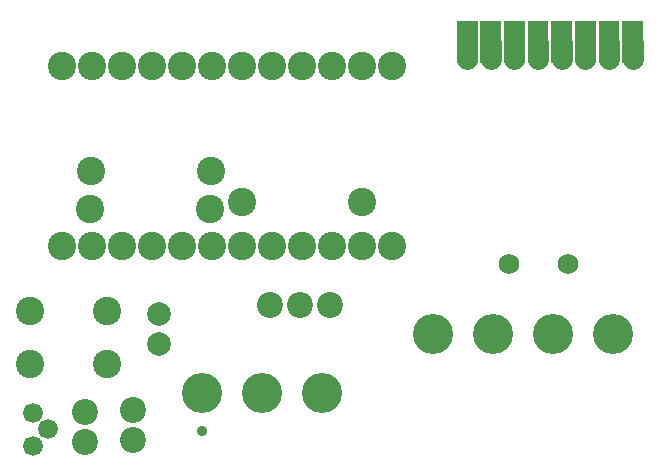
<source format=gbr>
%FSLAX34Y34*%
%MOMM*%
%LNSOLDERMASK_TOP*%
G71*
G01*
%ADD10C, 2.400*%
%ADD11C, 2.400*%
%ADD12C, 2.000*%
%ADD13C, 1.750*%
%ADD14C, 2.400*%
%ADD15C, 3.400*%
%ADD16C, 2.200*%
%ADD17C, 2.400*%
%ADD18C, 1.750*%
%ADD19C, 1.750*%
%ADD20C, 2.200*%
%ADD21C, 1.680*%
%ADD22C, 3.400*%
%ADD23C, 0.900*%
%LPD*%
X48591Y795465D02*
G54D10*
D03*
X73992Y795465D02*
G54D10*
D03*
X99392Y795465D02*
G54D10*
D03*
X124791Y795465D02*
G54D10*
D03*
X150192Y795465D02*
G54D10*
D03*
X175592Y795465D02*
G54D10*
D03*
X200992Y795465D02*
G54D10*
D03*
X226392Y795465D02*
G54D10*
D03*
X251791Y795465D02*
G54D10*
D03*
X277191Y795465D02*
G54D10*
D03*
X302591Y795465D02*
G54D10*
D03*
X327991Y795465D02*
G54D10*
D03*
X48592Y947865D02*
G54D10*
D03*
X73992Y947865D02*
G54D10*
D03*
X99392Y947865D02*
G54D10*
D03*
X124792Y947865D02*
G54D10*
D03*
X150191Y947865D02*
G54D10*
D03*
X175592Y947865D02*
G54D10*
D03*
X200992Y947865D02*
G54D10*
D03*
X226392Y947865D02*
G54D10*
D03*
X251791Y947865D02*
G54D10*
D03*
X277191Y947865D02*
G54D10*
D03*
X302591Y947865D02*
G54D10*
D03*
X327991Y947865D02*
G54D10*
D03*
X327991Y947865D02*
G54D10*
D03*
X201012Y833206D02*
G54D11*
D03*
X302612Y833205D02*
G54D11*
D03*
X130568Y712600D02*
G54D12*
D03*
X130568Y738000D02*
G54D12*
D03*
G54D13*
X531492Y967465D02*
X531492Y953965D01*
G54D13*
X511491Y967465D02*
X511491Y953965D01*
G54D13*
X491491Y967465D02*
X491491Y953965D01*
G54D13*
X471491Y967465D02*
X471491Y953965D01*
G54D13*
X451491Y967465D02*
X451491Y953965D01*
G54D13*
X431491Y967465D02*
X431491Y953965D01*
G54D13*
X411491Y967465D02*
X411491Y953965D01*
G54D13*
X391491Y967465D02*
X391491Y953965D01*
G36*
X400242Y981771D02*
X400242Y950771D01*
X382742Y950771D01*
X382742Y981771D01*
X400242Y981771D01*
G37*
G36*
X420242Y981771D02*
X420242Y950771D01*
X402742Y950771D01*
X402742Y981771D01*
X420242Y981771D01*
G37*
G36*
X440242Y981771D02*
X440242Y950771D01*
X422742Y950771D01*
X422742Y981771D01*
X440242Y981771D01*
G37*
G36*
X460242Y981771D02*
X460242Y950771D01*
X442742Y950771D01*
X442742Y981771D01*
X460242Y981771D01*
G37*
G36*
X480242Y981771D02*
X480242Y950771D01*
X462742Y950771D01*
X462742Y981771D01*
X480242Y981771D01*
G37*
G36*
X500242Y981771D02*
X500242Y950771D01*
X482742Y950771D01*
X482742Y981771D01*
X500242Y981771D01*
G37*
G36*
X520242Y981771D02*
X520241Y950771D01*
X502741Y950771D01*
X502742Y981771D01*
X520242Y981771D01*
G37*
G36*
X540242Y981771D02*
X540242Y950771D01*
X522742Y950771D01*
X522742Y981771D01*
X540242Y981771D01*
G37*
X21432Y696119D02*
G54D14*
D03*
X21432Y741119D02*
G54D14*
D03*
X86432Y696119D02*
G54D14*
D03*
X86432Y741119D02*
G54D14*
D03*
X362744Y721519D02*
G54D15*
D03*
X413544Y721519D02*
G54D15*
D03*
X464344Y721519D02*
G54D15*
D03*
X515144Y721519D02*
G54D15*
D03*
X224631Y746125D02*
G54D16*
D03*
X250031Y746125D02*
G54D16*
D03*
X275431Y746125D02*
G54D16*
D03*
X173832Y827088D02*
G54D17*
D03*
X72232Y827088D02*
G54D17*
D03*
X174625Y859632D02*
G54D17*
D03*
X73025Y859632D02*
G54D17*
D03*
X391492Y961033D02*
G54D18*
D03*
X531492Y961033D02*
G54D18*
D03*
X511492Y961033D02*
G54D18*
D03*
X491492Y961034D02*
G54D18*
D03*
X471492Y961033D02*
G54D18*
D03*
X451492Y961033D02*
G54D18*
D03*
X431492Y961033D02*
G54D18*
D03*
X411492Y961033D02*
G54D18*
D03*
G36*
X540242Y986533D02*
X540242Y955533D01*
X522742Y955533D01*
X522742Y986533D01*
X540242Y986533D01*
G37*
G36*
X520242Y986533D02*
X520242Y955533D01*
X502742Y955533D01*
X502742Y986533D01*
X520242Y986533D01*
G37*
G36*
X500242Y986533D02*
X500242Y955533D01*
X482742Y955533D01*
X482742Y986533D01*
X500242Y986533D01*
G37*
G36*
X480242Y986533D02*
X480242Y955533D01*
X462742Y955533D01*
X462742Y986533D01*
X480242Y986533D01*
G37*
G36*
X460242Y986533D02*
X460242Y955533D01*
X442742Y955533D01*
X442742Y986533D01*
X460242Y986533D01*
G37*
G36*
X440242Y986533D02*
X440242Y955533D01*
X422742Y955533D01*
X422742Y986533D01*
X440242Y986533D01*
G37*
G36*
X420242Y986533D02*
X420242Y955533D01*
X402742Y955533D01*
X402742Y986533D01*
X420242Y986533D01*
G37*
G36*
X400242Y986533D02*
X400242Y955533D01*
X382742Y955533D01*
X382742Y986533D01*
X400242Y986533D01*
G37*
X476492Y781033D02*
G54D19*
D03*
X426492Y781033D02*
G54D19*
D03*
X108815Y656754D02*
G54D20*
D03*
X108815Y631354D02*
G54D20*
D03*
X67725Y655034D02*
G54D20*
D03*
X67725Y629634D02*
G54D20*
D03*
X23699Y654587D02*
G54D21*
D03*
X36399Y640587D02*
G54D21*
D03*
X23699Y626587D02*
G54D21*
D03*
X217488Y671513D02*
G54D22*
D03*
X268288Y671513D02*
G54D22*
D03*
X166688Y671513D02*
G54D22*
D03*
X217488Y671513D02*
G54D22*
D03*
X166688Y638969D02*
G54D23*
D03*
X173832Y827088D02*
G54D11*
D03*
X174625Y859632D02*
G54D11*
D03*
X73025Y859632D02*
G54D11*
D03*
X72232Y827088D02*
G54D11*
D03*
M02*

</source>
